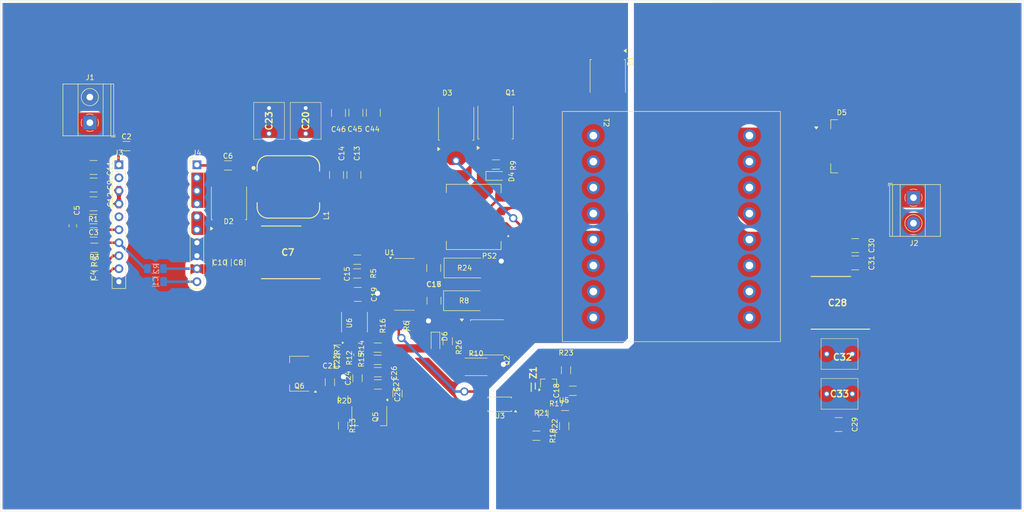
<source format=kicad_pcb>
(kicad_pcb (version 20240108) (generator "pcbnew") (generator_version "8.0")
  (layers (0 "F.Cu" signal) (31 "B.Cu" signal) (34 "B.Paste" user) (35 "F.Paste" user) (36 "B.SilkS" user "B.Silkscreen") (37 "F.SilkS" user "F.Silkscreen") (38 "B.Mask" user) (39 "F.Mask" user) (44 "Edge.Cuts" user))
  (net 0 "")
  (net 1 "GND")
  (net 2 "+12V")
  (net 3 "VIN")
  (net 4 "ISO12")
  (net 5 "ISOGND")
  (net 6 "Net-(U5-REF)")
  (net 7 "Net-(C24-Pad2)")
  (net 8 "Net-(T2-SB)")
  (net 9 "/GATE_HIGH")
  (net 10 "/GATE_LOW")
  (net 11 "/PWM")
  (net 12 "/LS_SOURCE")
  (net 13 "Net-(R15-Pad2)")
  (net 14 "Net-(R16-Pad2)")
  (net 15 "Net-(U5-K)")
  (net 16 "Vo")
  (net 17 "Net-(R19-Pad1)")
  (net 18 "OUTGND")
  (net 19 "Net-(C3-Pad2)")
  (net 20 "Net-(C5-Pad1)")
  (net 21 "Net-(U1-VDDI)")
  (net 22 "Net-(C18-Pad1)")
  (net 23 "Net-(Q6-B)")
  (net 24 "Net-(U6-FB)")
  (net 25 "Net-(Q6-E)")
  (net 26 "Net-(Q5-E)")
  (net 27 "Net-(Q5-B)")
  (net 28 "Net-(U6-ISENSE)")
  (net 29 "Net-(Q5-C)")
  (net 30 "Net-(Q2-D)")
  (net 31 "Net-(D4-K)")
  (net 32 "Net-(D6-K)")
  (net 34 "/LM5576_11")
  (net 35 "/LM5576_1")
  (net 40 "/LM5576_6")
  (net 41 "/LM5576_9")
  (net 42 "/LM5576_17")
  (net 43 "/LM5576_20")
  (net 44 "/LM5576_15")
  (net 45 "/LM5576_8")
  (net 46 "/LM5576_5")
  (net 47 "/LM5576_7")
  (net 48 "/LM5576_2")
  (footprint "Capacitor_SMD:C_1210_3225Metric_Pad1.33x2.70mm_HandSolder" (layer "F.Cu") (at 208.8028 92.504 180)
    (property "Reference" "C31")
    (property "Value" "10u")
  )
  (footprint "Capacitor_SMD:C_1210_3225Metric_Pad1.33x2.70mm_HandSolder" (layer "F.Cu") (at 114.6668 63.1416 90)
    (property "Reference" "C44")
    (property "Value" "2.2u")
  )
  (footprint "Resistor_SMD:R_0805_2012Metric_Pad1.20x1.40mm_HandSolder" (layer "F.Cu") (at 116.534 104.7976)
    (property "Reference" "R16")
    (property "Value" "4.99k")
  )
  (footprint "Connector_PinHeader_2.54mm:PinHeader_1x10_P2.54mm_Vertical" (layer "F.Cu") (at 80.216 73.3153)
    (property "Reference" "J4")
    (property "Value" "Conn_01x10")
  )
  (footprint "Resistor_SMD:R_0805_2012Metric_Pad1.20x1.40mm_HandSolder" (layer "F.Cu") (at 111.5874 110.4672 90)
    (property "Reference" "R12")
    (property "Value" "1.1M")
  )
  (footprint "Resistor_SMD:R_1206_3216Metric_Pad1.30x1.75mm_HandSolder" (layer "F.Cu") (at 129.1992 107.7948 -90)
    (property "Reference" "R26")
    (property "Value" "100k")
  )
  (footprint "Capacitor_SMD:C_0805_2012Metric_Pad1.18x1.45mm_HandSolder" (layer "F.Cu") (at 55.976 85.2403 -90)
    (property "Reference" "C5")
    (property "Value" "1.2n")
  )
  (footprint "Package_TO_SOT_SMD:SOT-23_Handsoldering" (layer "F.Cu") (at 148.9096 115.9736 90)
    (property "Reference" "U5")
    (property "Value" "TL431DBZ")
  )
  (footprint "Resistor_SMD:R_1206_3216Metric_Pad1.30x1.75mm_HandSolder" (layer "F.Cu") (at 108.7874 119.2172 -90)
    (property "Reference" "R20")
    (property "Value" "10k")
  )
  (footprint "Package_SO:SOIC-16_3.9x9.9mm_P1.27mm" (layer "F.Cu") (at 120.7298 96.695)
    (property "Reference" "U1")
    (property "Value" "2EDS8265H")
  )
  (footprint "Capacitor_SMD:C_1206_3216Metric_Pad1.33x1.80mm_HandSolder" (layer "F.Cu") (at 66.4612 69.6563)
    (property "Reference" "C2")
    (property "Value" "100n")
  )
  (footprint "Capacitor_SMD:C_1210_3225Metric_Pad1.33x2.70mm_HandSolder" (layer "F.Cu") (at 126.5196 99.8813 -90)
    (property "Reference" "C16")
    (property "Value" "10u")
  )
  (footprint "Resistor_SMD:R_1206_3216Metric_Pad1.30x1.75mm_HandSolder" (layer "F.Cu") (at 115.5374 111.4672)
    (property "Reference" "R15")
    (property "Value" "18.2k")
  )
  (footprint "powerlabLibrary:R82EC4100DQ70J" (layer "F.Cu") (at 94.2996 62.2287 -90)
    (property "Reference" "C23")
    (property "Value" "R82EC4100DQ70J" (hide yes))
  )
  (footprint "powerlabLibrary:SODFL1608X65N" (layer "F.Cu") (at 145.9124 116.5832 90)
    (property "Reference" "Z1")
    (property "Value" "BZT585B10T-7" (hide yes))
  )
  (footprint "Capacitor_SMD:C_1210_3225Metric_Pad1.33x2.70mm_HandSolder" (layer "F.Cu") (at 110.876 75.3028 90)
    (property "Reference" "C13")
    (property "Value" "10u")
  )
  (footprint "Capacitor_SMD:C_1206_3216Metric_Pad1.33x1.80mm_HandSolder" (layer "F.Cu") (at 119.3874 118.0672 90)
    (property "Reference" "C25")
    (property "Value" "1.5n")
  )
  (footprint "Diode_SMD:D_2512_6332Metric_Pad1.52x3.35mm_HandSolder" (layer "F.Cu") (at 132.5043 93.4928)
    (property "Reference" "R24")
    (property "Value" "10R")
  )
  (footprint "powerlabLibrary:CAPAE1030X1270N" (layer "F.Cu") (at 97.976 90.4403 180)
    (property "Reference" "C7")
    (property "Value" "A768MS566M1KLAE034" (hide yes))
  )
  (footprint "Capacitor_SMD:C_1210_3225Metric_Pad1.33x2.70mm_HandSolder" (layer "F.Cu") (at 107.476 75.3028 90)
    (property "Reference" "C14")
    (property "Value" "10u")
  )
  (footprint "Diode_SMD:D_SOD-323_HandSoldering" (layer "F.Cu") (at 126.8116 108.0488 -90)
    (property "Reference" "D6")
    (property "Value" "BZX384-B15")
  )
  (footprint "Resistor_SMD:R_1206_3216Metric_Pad1.30x1.75mm_HandSolder" (layer "F.Cu") (at 152.11 120.444)
    (property "Reference" "R21")
    (property "Value" "39k")
  )
  (footprint "Resistor_SMD:R_1206_3216Metric_Pad1.30x1.75mm_HandSolder" (layer "F.Cu") (at 108.7874 124.3172 -90)
    (property "Reference" "R13")
    (property "Value" "5.76k")
  )
  (footprint "Capacitor_SMD:C_1206_3216Metric_Pad1.33x1.80mm_HandSolder" (layer "F.Cu") (at 60.0385 86.5403 180)
    (property "Reference" "C3")
    (property "Value" "39p")
  )
  (footprint "Capacitor_SMD:C_1210_3225Metric_Pad1.33x2.70mm_HandSolder" (layer "F.Cu") (at 205.5403 124.104 180)
    (property "Reference" "C29")
    (property "Value" "10u")
  )
  (footprint "Capacitor_SMD:C_1206_3216Metric_Pad1.33x1.80mm_HandSolder" (layer "F.Cu") (at 60.176 94.9403 180)
    (property "Reference" "C4")
    (property "Value" "680p")
  )
  (footprint "powerlabLibrary:R82EC4100DQ70J" (layer "F.Cu") (at 101.4624 62.2287 -90)
    (property "Reference" "C20")
    (property "Value" "R82EC4100DQ70J" (hide yes))
  )
  (footprint "TerminalBlock_Phoenix:TerminalBlock_Phoenix_MKDS-1,5-2_1x02_P5.00mm_Horizontal" (layer "F.Cu") (at 220.1818 79.7424 -90)
    (property "Reference" "J2")
    (property "Value" "Conn_01x02_Pin")
  )
  (footprint "Connector_PinHeader_2.54mm:PinHeader_1x10_P2.54mm_Vertical" (layer "F.Cu") (at 64.976 73.3153)
    (property "Reference" "J3")
    (property "Value" "Conn_01x10")
  )
  (footprint "Package_TO_SOT_SMD:SOT-223-3_TabPin2" (layer "F.Cu") (at 100.2374 114.1672 180)
    (property "Reference" "Q6")
    (property "Value" "PZT2907AT1G")
  )
  (footprint "Package_TO_SOT_SMD:TO-252-2" (layer "F.Cu") (at 138.5474 64.9618 90)
    (property "Reference" "Q1")
    (property "Value" "FDD86110")
  )
  (footprint "powerlabLibrary:ETD39_coilformer" (layer "F.Cu") (at 157.6472 67.612 -90)
    (property "Reference" "T2")
    (property "Value" "ELE713 Transformer")
  )
  (footprint "Resistor_SMD:R_1206_3216Metric_Pad1.30x1.75mm_HandSolder" (layer "F.Cu") (at 60.176 89.5403 180)
    (property "Reference" "R3")
    (property "Value" "1.02k")
  )
  (footprint "Resistor_SMD:R_1206_3216Metric_Pad1.30x1.75mm_HandSolder" (layer "F.Cu") (at 146.522 126.286)
    (property "Reference" "R19")
    (property "Value" "680R")
  )
  (footprint "Package_TO_SOT_SMD:TO-252-2" (layer "F.Cu") (at 136.9988 107.0545)
    (property "Reference" "Q2")
    (property "Value" "FDD86110")
  )
  (footprint "Capacitor_SMD:C_1206_3216Metric_Pad1.33x1.80mm_HandSolder" (layer "F.Cu") (at 86.276 73.4403)
    (property "Reference" "C6")
    (property "Value" "22n")
  )
  (footprint "Capacitor_SMD:C_1210_3225Metric_Pad1.33x2.70mm_HandSolder" (layer "F.Cu") (at 60.0135 77.2778 180)
    (property "Reference" "C9")
    (property "Value" "2.2u")
  )
  (footprint "Diode_SMD:D_SOD-323_HandSoldering" (layer "F.Cu") (at 138.668 75.486)
    (property "Reference" "D4")
    (property "Value" "BZX384-B15")
  )
  (footprint "Package_SO:SOP-4_4.4x2.6mm_P1.27mm" (layer "F.Cu") (at 139.3592 120.1392 180)
    (property "Reference" "U3")
    (property "Value" "TCMT1103")
  )
  (footprint "Resistor_SMD:R_1206_3216Metric_Pad1.30x1.75mm_HandSolder" (layer "F.Cu") (at 115.5374 109.0672 180)
    (property "Reference" "R14")
    (property "Value" "4.22k")
  )
  (footprint "Capacitor_SMD:C_1210_3225Metric_Pad1.33x2.70mm_HandSolder" (layer "F.Cu") (at 111.2668 63.1416 90)
    (property "Reference" "C45")
    (property "Value" "2.2u")
  )
  (footprint "Diode_SMD:D_2512_6332Metric_Pad1.52x3.35mm_HandSolder" (layer "F.Cu") (at 132.4027 99.8936)
    (property "Reference" "R8")
    (property "Value" "10R")
  )
  (footprint "powerlabLibrary:SOIC127P599X175-8N" (layer "F.Cu") (at 110.9874 104.0672 90)
    (property "Reference" "U6")
    (property "Value" "UC3845")
  )
  (footprint "powerlabLibrary:CONV_R1S-1212-R" (layer "F.Cu") (at 134.2792 83.5124 180)
    (property "Reference" "PS2")
    (property "Value" "R1S-1212-R")
  )
  (footprint "Capacitor_SMD:C_1206_3216Metric_Pad1.33x1.80mm_HandSolder" (layer "F.Cu") (at 107.5499 111.8672)
    (property "Reference" "C22")
    (property "Value" "6.8n")
  )
  (footprint "powerlabLibrary:R82EC4100DQ70J" (layer "F.Cu") (at 203.2403 110.304)
    (property "Reference" "C32")
    (property "Value" "R82EC4100DQ70J" (hide yes))
  )
  (footprint "Capacitor_SMD:C_1206_3216Metric_Pad1.33x1.80mm_HandSolder" (layer "F.Cu") (at 115.5499 116.2672)
    (property "Reference" "C27")
    (property "Value" "1u")
  )
  (footprint "Capacitor_SMD:C_1210_3225Metric_Pad1.33x2.70mm_HandSolder" (layer "F.Cu") (at 111.6249 98.6672)
    (property "Reference" "C19")
    (property "Value" "10u")
  )
  (footprint "Capacitor_SMD:C_1210_3225Metric_Pad1.33x2.70mm_HandSolder" (layer "F.Cu") (at 60.0135 80.9403 180)
    (property "Reference" "C12")
    (property "Value" "2.2u")
  )
  (footprint "Resistor_SMD:R_1206_3216Metric_Pad1.30x1.75mm_HandSolder" (layer "F.Cu") (at 151.9576 124.4064 90)
    (property "Reference" "R22")
    (property "Value" "9.53k")
  )
  (footprint "Resistor_SMD:R_1206_3216Metric_Pad1.30x1.75mm_HandSolder" (layer "F.Cu") (at 138.6124 73.2508)
    (property "Reference" "R9")
    (property "Value" "100k")
  )
  (footprint "Capacitor_SMD:C_1206_3216Metric_Pad1.33x1.80mm_HandSolder" (layer "F.Cu") (at 111.5874 115.0297 90)
    (property "Reference" "C24")
    (property "Value" "10n")
  )
  (footprint "Resistor_SMD:R_2512_6332Metric_Pad1.40x3.35mm_HandSolder" (layer "F.Cu") (at 134.7364 112.824)
    (property "Reference" "R10")
    (property "Value" "4m")
  )
  (footprint "Resistor_SMD:R_1206_3216Metric_Pad1.30x1.75mm_HandSolder" (layer "F.Cu") (at 59.976 83.9403 180)
    (property "Reference" "R1")
    (property "Value" "46.4k")
  )
  (footprint "Capacitor_SMD:C_1210_3225Metric_Pad1.33x2.70mm_HandSolder" (layer "F.Cu") (at 88.276 92.4403 90)
    (property "Reference" "C8")
    (property "Value" "10u")
  )
  (footprint "Resistor_SMD:R_1206_3216Metric_Pad1.30x1.75mm_HandSolder" (layer "F.Cu") (at 107.5999 109.4672)
    (property "Reference" "R7")
    (property "Value" "10k")
  )
  (footprint "Capacitor_SMD:C_1206_3216Metric_Pad1.33x1.80mm_HandSolder" (layer "F.Cu") (at 115.5499 113.8672)
    (property "Reference" "C26")
    (property "Value" "100p")
  )
  (footprint "Package_TO_SOT_SMD:TO-252-2" (layer "F.Cu") (at 86.476 80.7403 90)
    (property "Reference" "D2")
    (property "Value" "V35PWM10HM3")
  )
  (footprint "Capacitor_SMD:C_1210_3225Metric_Pad1.33x2.70mm_HandSolder" (layer "F.Cu") (at 84.676 92.4403 90)
    (property "Reference" "C10")
    (property "Value" "10u")
  )
  (footprint "powerlabLibrary:CAPAE1030X1270N" (layer "F.Cu") (at 205.3403 100.304 180)
    (property "Reference" "C28")
    (property "Value" "A768MS566M1KLAE034" (hide yes))
  )
  (footprint "Resistor_SMD:R_1206_3216Metric_Pad1.30x1.75mm_HandSolder" (layer "F.Cu") (at 111.4999 94.5672)
    (property "Reference" "R5")
    (property "Value" "2.49k")
  )
  (footprint "Capacitor_SMD:C_1210_3225Metric_Pad1.33x2.70mm_HandSolder" (layer "F.Cu") (at 126.4688 93.5051 90)
    (property "Reference" "C17")
    (property "Value" "10u")
  )
  (footprint "Package_TO_SOT_SMD:TO-252-2" (layer "F.Cu") (at 160.4703 56.0568 -90)
    (property "Reference" "D1")
    (property "Value" "V35PWM10HM3")
  )
  (footprint "Resistor_SMD:R_1206_3216Metric_Pad1.30x1.75mm_HandSolder" (layer "F.Cu") (at 147.8936 122.0188 90)
    (property "Reference" "R17")
    (property "Value" "1k")
  )
  (footprint "Capacitor_SMD:C_1210_3225Metric_Pad1.33x2.70mm_HandSolder" (layer "F.Cu") (at 60.0135 73.8403 180)
    (property "Reference" "C11")
    (property "Value" "2.2u")
  )
  (footprint "Capacitor_SMD:C_1210_3225Metric_Pad1.33x2.70mm_HandSolder" (layer "F.Cu") (at 208.8028 89.104 180)
    (property "Reference" "C30")
    (property "Value" "10u")
  )
  (footprint "Resistor_SMD:R_1206_3216Metric_Pad1.30x1.75mm_HandSolder" (layer "F.Cu") (at 152.3132 113.4844 90)
    (property "Reference" "R23")
    (property "Value" "2.49k")
  )
  (footprint "Capacitor_SMD:C_1206_3216Metric_Pad1.33x1.80mm_HandSolder" (layer "F.Cu") (at 153.634 117.4976 180)
    (property "Reference" "C18")
    (property "Value" "10n")
  )
  (footprint "Resistor_SMD:R_1206_3216Metric_Pad1.30x1.75mm_HandSolder" (layer "F.Cu") (at 60.176 92.2403 180)
    (property "Reference" "R4")
    (property "Value" "20.5k")
  )
  (footprint "Package_TO_SOT_SMD:TO-252-2" (layer "F.Cu") (at 130.8465 65.1972 90)
    (property "Reference" "D3")
    (property "Value" "V35PWM10HM3")
  )
  (footprint "powerlabLibrary:WE-PD_1210" (layer "F.Cu") (at 98.076 77.6403 -90)
    (property "Reference" "L1")
    (property "Value" "68u")
  )
  (footprint "Resistor_SMD:R_1206_3216Metric_Pad1.30x1.75mm_HandSolder" (layer "F.Cu") (at 121.1574 104.8168)
    (property "Reference" "R6")
    (property "Value" "1k")
  )
  (footprint "powerlabLibrary:R82EC4100DQ70J" (layer "F.Cu") (at 203.2403 118.104)
    (property "Reference" "C33")
    (property "Value" "R82EC4100DQ70J" (hide yes))
  )
  (footprint "Package_TO_SOT_SMD:TO-263-2" (layer "F.Cu") (at 208.849 69.6948)
    (property "Reference" "D5")
    (property "Value" "DSSK 28-006BS")
  )
  (footprint "Capacitor_SMD:C_1206_3216Metric_Pad1.33x1.80mm_HandSolder" (layer "F.Cu") (at 106.1874 115.8297 -90)
    (property "Reference" "C21")
    (property "Value" "4.7u")
  )
  (footprint "TerminalBlock_Phoenix:TerminalBlock_Phoenix_MKDS-1,5-2_1x02_P5.00mm_Horizontal" (layer "F.Cu") (at 59.2984 65.0843 90)
    (property "Reference" "J1")
    (property "Value" "Conn_01x02_Pin")
  )
  (footprint "Capacitor_SMD:C_1206_3216Metric_Pad1.33x1.80mm_HandSolder" (layer "F.Cu") (at 111.5374 91.8672 180)
    (property "Reference" "C15")
    (property "Value" "22n")
  )
  (footprint "Package_TO_SOT_SMD:SOT-223-3_TabPin2" (layer "F.Cu") (at 113.8874 122.4172 -90)
    (property "Reference" "Q5")
    (property "Value" "PZT2222AT1G")
  )
  (footprint "Capacitor_SMD:C_1210_3225Metric_Pad1.33x2.70mm_HandSolder" (layer "F.Cu") (at 107.8668 63.1791 90)
    (property "Reference" "C46")
    (property "Value" "2.2u")
  )
  (footprint "Capacitor_SMD:C_1206_3216Metric_Pad1.33x1.80mm_HandSolder" (layer "B.Cu") (at 72.1508 96.1616 180)
    (property "Reference" "C1")
    (property "Value" "8.2n")
  )
  (footprint "Resistor_SMD:R_1206_3216Metric_Pad1.30x1.75mm_HandSolder" (layer "B.Cu") (at 72.1 93.6216 180)
    (property "Reference" "R2")
    (property "Value" "8.87k")
  )
  (gr_rect (start 41.772 41.1704) (end 241.772 141.1704) (stroke (width 0.05)) (fill none) (layer "Edge.Cuts"))
  (via (at 140.0828 112.3372) (size 1.6) (drill 1) (layers "F.Cu" "B.Cu") (net 1))
  (via (at 108.8284 114.7544) (size 1.6) (drill 1) (layers "F.Cu" "B.Cu") (net 1))
  (via (at 115.4832 98.4476) (size 1.6) (drill 1) (layers "F.Cu" "B.Cu") (net 1))
  (via (at 125.44 103.8324) (size 1.6) (drill 1) (layers "F.Cu" "B.Cu") (net 1))
  (via (at 139.664 92.1484) (size 1.6) (drill 1) (layers "F.Cu" "B.Cu") (net 1))
  (segment (start 110.1874 98.6672) (end 110.3524 98.8322) (width 0.5) (layer "F.Cu") (net 2))
  (segment (start 84.3085 93.6353) (end 84.676 94.0028) (width 0.5) (layer "F.Cu") (net 2))
  (segment (start 123.2048 98.6) (end 121.1728 98.6) (width 0.5) (layer "F.Cu") (net 2))
  (segment (start 119.1408 103.2228) (end 110.9112 103.2228) (width 0.5) (layer "F.Cu") (net 2))
  (segment (start 110.0624 94.6797) (end 109.9499 94.5672) (width 0.5) (layer "F.Cu") (net 2))
  (segment (start 126.5196 98.3188) (end 126.5196 97.4188) (width 0.5) (layer "F.Cu") (net 2))
  (segment (start 124.6544 98.3188) (end 124.3732 98.6) (width 0.5) (layer "F.Cu") (net 2))
  (segment (start 126.5196 97.4188) (end 126.964 96.9744) (width 0.5) (layer "F.Cu") (net 2))
  (segment (start 121.1728 98.6) (end 121.1728 101.1908) (width 0.5) (layer "F.Cu") (net 2))
  (segment (start 110.0624 98.6672) (end 110.1874 98.6672) (width 0.5) (layer "F.Cu") (net 2))
  (segment (start 141.8992 96.4664) (end 141.8992 86.0016) (width 0.5) (layer "F.Cu") (net 2))
  (segment (start 141.3912 96.9744) (end 141.8992 96.4664) (width 0.5) (layer "F.Cu") (net 2))
  (segment (start 126.964 96.9744) (end 141.3912 96.9744) (width 0.5) (layer "F.Cu") (net 2))
  (segment (start 121.1728 101.1908) (end 119.1408 103.2228) (width 0.5) (layer "F.Cu") (net 2))
  (segment (start 140.68 84.7824) (end 139.3792 84.7824) (width 0.5) (layer "F.Cu") (net 2))
  (segment (start 110.3524 102.664) (end 110.3524 101.5972) (width 0.5) (layer "F.Cu") (net 2))
  (segment (start 126.5196 98.3188) (end 124.6544 98.3188) (width 0.5) (layer "F.Cu") (net 2))
  (segment (start 110.9112 103.2228) (end 110.3524 102.664) (width 0.5) (layer "F.Cu") (net 2))
  (segment (start 110.1874 98.6672) (end 110.3874 98.8672) (width 0.5) (layer "F.Cu") (net 2))
  (segment (start 124.3732 98.6) (end 123.2048 98.6) (width 0.5) (layer "F.Cu") (net 2))
  (segment (start 141.8992 86.0016) (end 140.68 84.7824) (width 0.5) (layer "F.Cu") (net 2))
  (segment (start 110.3524 98.8322) (end 110.3524 101.5972) (width 0.5) (layer "F.Cu") (net 2))
  (segment (start 73.65 93.6216) (end 80.2023 93.6216) (width 0.5) (layer "B.Cu") (net 2))
  (segment (start 80.2023 93.6216) (end 80.216 93.6353) (width 0.5) (layer "B.Cu") (net 2))
  (segment (start 61.576 73.8403) (end 61.576 77.2778) (width 0.5) (layer "F.Cu") (net 3))
  (segment (start 61.576 71.4903) (end 59.2984 69.2127) (width 0.5) (layer "F.Cu") (net 3))
  (segment (start 61.581 80.9353) (end 61.576 80.9403) (width 0.5) (layer "F.Cu") (net 3))
  (segment (start 59.2984 69.2127) (end 59.2984 65.0843) (width 0.5) (layer "F.Cu") (net 3))
  (segment (start 61.576 73.8403) (end 61.576 71.4903) (width 0.5) (layer "F.Cu") (net 3))
  (segment (start 126.1614 92.25) (end 126.4688 91.9426) (width 0.5) (layer "F.Cu") (net 4))
  (segment (start 127.4104 96.0092) (end 137.1748 96.0092) (width 0.5) (layer "F.Cu") (net 5))
  (segment (start 137.4796 95.7044) (end 137.4796 81.602) (width 0.5) (layer "F.Cu") (net 5))
  (segment (start 124.7524 95.0676) (end 124.4748 94.79) (width 0.5) (layer "F.Cu") (net 5))
  (segment (start 137.1748 96.0092) (end 137.4796 95.7044) (width 0.5) (layer "F.Cu") (net 5))
  (segment (start 124.4748 94.79) (end 123.2048 94.79) (width 0.5) (layer "F.Cu") (net 5))
  (segment (start 126.4688 95.0676) (end 124.7524 95.0676) (width 0.5) (layer "F.Cu") (net 5))
  (segment (start 126.4688 95.0676) (end 127.4104 96.0092) (width 0.5) (layer "F.Cu") (net 5))
  (segment (start 137.4796 81.602) (end 139.3792 79.7024) (width 0.5) (layer "F.Cu") (net 5))
  (segment (start 111.5874 111.4672) (end 111.5874 113.4672) (width 0.5) (layer "F.Cu") (net 7))
  (segment (start 123.2048 93.52) (end 129.4696 93.52) (width 0.5) (layer "F.Cu") (net 9))
  (segment (start 123.2048 99.87) (end 129.29 99.87) (width 0.5) (layer "F.Cu") (net 10))
  (segment (start 111.6224 96.7712) (end 111.8764 96.5172) (width 0.5) (layer "F.Cu") (net 11))
  (segment (start 118.2548 93.52) (end 118.2548 92.25) (width 0.5) (layer "F.Cu") (net 11))
  (segment (start 114.282601 96.5172) (end 117.279801 93.52) (width 0.5) (layer "F.Cu") (net 11))
  (segment (start 117.279801 93.52) (end 118.2548 93.52) (width 0.5) (layer "F.Cu") (net 11))
  (segment (start 111.6224 101.5972) (end 111.6224 96.7712) (width 0.5) (layer "F.Cu") (net 11))
  (segment (start 111.8764 96.5172) (end 114.282601 96.5172) (width 0.5) (layer "F.Cu") (net 11))
  (segment (start 136.1717 120.7742) (end 130.647 120.7742) (width 0.5) (layer "F.Cu") (net 13))
  (segment (start 121.34 111.4672) (end 117.0874 111.4672) (width 0.5) (layer "F.Cu") (net 13))
  (segment (start 130.647 120.7742) (end 121.34 111.4672) (width 0.5) (layer "F.Cu") (net 13))
  (segment (start 119.6074 104.8168) (end 117.5532 104.8168) (width 0.5) (layer "F.Cu") (net 14))
  (segment (start 117.5532 104.8168) (end 117.534 104.7976) (width 0.5) (layer "F.Cu") (net 14))
  (segment (start 119.6488 106.6264) (end 119.6488 104.8582) (width 0.5) (layer "F.Cu") (net 14))
  (segment (start 136.1717 119.5042) (end 134.3175 117.65) (width 0.5) (layer "F.Cu") (net 14))
  (segment (start 119.6488 104.8582) (end 119.6074 104.8168) (width 0.5) (layer "F.Cu") (net 14))
  (segment (start 120.233 107.2106) (end 119.6488 106.6264) (width 0.5) (layer "F.Cu") (net 14))
  (segment (start 134.3175 117.65) (end 132.4504 117.65) (width 0.5) (layer "F.Cu") (net 14))
  (via (at 120.1568 107.1852) (size 1.6) (drill 1) (layers "F.Cu" "B.Cu") (net 14))
  (via (at 132.4504 117.65) (size 1.6) (drill 1) (layers "F.Cu" "B.Cu") (net 14))
  (segment (start 120.233 107.2106) (end 130.6724 117.65) (width 0.5) (layer "B.Cu") (net 14))
  (segment (start 130.6724 117.65) (end 132.4504 117.65) (width 0.5) (layer "B.Cu") (net 14))
  (segment (start 144.5154 120.7742) (end 142.5467 120.7742) (width 0.5) (layer "F.Cu") (net 17))
  (segment (start 144.972 121.2308) (end 144.5154 120.7742) (width 0.5) (layer "F.Cu") (net 17))
  (segment (start 144.972 126.286) (end 144.972 121.2308) (width 0.5) (layer "F.Cu") (net 17))
  (segment (start 58.476 86.5403) (end 56.2385 86.5403) (width 0.5) (layer "F.Cu") (net 19))
  (segment (start 56.2385 86.5403) (end 55.976 86.2778) (width 0.5) (layer "F.Cu") (net 19))
  (segment (start 56.2385 83.9403) (end 55.976 84.2028) (width 0.5) (layer "F.Cu") (net 20))
  (segment (start 58.426 83.9403) (end 56.2385 83.9403) (width 0.5) (layer "F.Cu") (net 20))
  (segment (start 120.4616 90.5228) (end 113.248 90.5228) (width 0.5) (layer "F.Cu") (net 21))
  (segment (start 113.248 90.5228) (end 113.0999 90.6709) (width 0.5) (layer "F.Cu") (net 21))
  (segment (start 120.1568 94.79) (end 120.4616 94.4852) (width 0.5) (layer "F.Cu") (net 21))
  (segment (start 118.2548 94.79) (end 120.1568 94.79) (width 0.5) (layer "F.Cu") (net 21))
  (segment (start 113.0499 91.9172) (end 113.0999 91.8672) (width 0.5) (layer "F.Cu") (net 21))
  (segment (start 120.4616 94.4852) (end 120.4616 90.5228) (width 0.5) (layer "F.Cu") (net 21))
  (segment (start 113.0499 94.5672) (end 113.0499 91.9172) (width 0.5) (layer "F.Cu") (net 21))
  (segment (start 113.0999 90.6709) (end 113.0999 91.8672) (width 0.5) (layer "F.Cu") (net 21))
  (segment (start 153.66 119.0464) (end 153.66 120.444) (width 0.5) (layer "F.Cu") (net 22))
  (segment (start 155.1965 117.4976) (end 155.1965 117.5099) (width 0.5) (layer "F.Cu") (net 22))
  (segment (start 155.1965 117.5099) (end 153.66 119.0464) (width 0.5) (layer "F.Cu") (net 22))
  (segment (start 104.3124 117.3922) (end 103.3874 116.4672) (width 0.5) (layer "F.Cu") (net 23))
  (segment (start 106.1874 117.3922) (end 104.3124 117.3922) (width 0.5) (layer "F.Cu") (net 23))
  (segment (start 108.7874 117.6672) (end 106.4624 117.6672) (width 0.5) (layer "F.Cu") (net 23))
  (segment (start 106.4624 117.6672) (end 106.1874 117.3922) (width 0.5) (layer "F.Cu") (net 23))
  (segment (start 111.0636 104.5436) (end 110.3524 105.2548) (width 0.5) (layer "F.Cu") (net 24))
  (segment (start 110.3524 106.5372) (end 110.3524 108.2647) (width 0.5) (layer "F.Cu") (net 24))
  (segment (start 115.534 104.7976) (end 115.28 104.5436) (width 0.5) (layer "F.Cu") (net 24))
  (segment (start 110.3524 105.2548) (end 110.3524 106.5372) (width 0.5) (layer "F.Cu") (net 24))
  (segment (start 115.28 104.5436) (end 111.0636 104.5436) (width 0.5) (layer "F.Cu") (net 24))
  (segment (start 110.3524 108.2647) (end 109.1499 109.4672) (width 0.5) (layer "F.Cu") (net 24))
  (segment (start 109.1499 111.8297) (end 109.1124 111.8672) (width 0.5) (layer "F.Cu") (net 24))
  (segment (start 109.1499 109.4672) (end 109.1499 111.8297) (width 0.5) (layer "F.Cu") (net 24))
  (segment (start 105.9874 111.8672) (end 105.9874 109.5297) (width 0.5) (layer "F.Cu") (net 25))
  (segment (start 106.1524 109.4672) (end 109.0824 106.5372) (width 0.5) (layer "F.Cu") (net 25))
  (segment (start 103.3874 111.8672) (end 105.9874 111.8672) (width 0.5) (layer "F.Cu") (net 25))
  (segment (start 106.0499 109.4672) (end 106.1524 109.4672) (width 0.5) (layer "F.Cu") (net 25))
  (segment (start 105.9874 109.5297) (end 106.0499 109.4672) (width 0.5) (layer "F.Cu") (net 25))
  (segment (start 111.5874 119.2672) (end 111.5874 116.5922) (width 0.5) (layer "F.Cu") (net 26))
  (segment (start 119.3874 119.6297) (end 116.5499 119.6297) (width 0.5) (layer "F.Cu") (net 27))
  (segment (start 112.8924 106.5372) (end 114.8574 106.5372) (width 0.5) (layer "F.Cu") (net 27))
  (segment (start 116.1874 119.2672) (end 117.1874 120.2672) (width 0.5) (layer "F.Cu") (net 27))
  (segment (start 111.3874 128.4672) (end 108.7874 125.8672) (width 0.5) (layer "F.Cu") (net 27))
  (segment (start 115.5874 107.2672) (end 115.5874 117.6672) (width 0.5) (layer "F.Cu") (net 27))
  (segment (start 115.5874 117.6672) (end 116.1874 118.2672) (width 0.5) (layer "F.Cu") (net 27))
  (segment (start 116.1874 118.2672) (end 116.1874 119.2672) (width 0.5) (layer "F.Cu") (net 27))
  (segment (start 116.5874 128.4672) (end 111.3874 128.4672) (width 0.5) (layer "F.Cu") (net 27))
  (segment (start 117.1874 120.2672) (end 117.1874 127.8672) (width 0.5) (layer "F.Cu") (net 27))
  (segment (start 116.5499 119.6297) (end 116.1874 119.2672) (width 0.5) (layer "F.Cu") (net 27))
  (segment (start 117.1874 127.8672) (end 116.5874 128.4672) (width 0.5) (layer "F.Cu") (net 27))
  (segment (start 114.8574 106.5372) (end 115.5874 107.2672) (width 0.5) (layer "F.Cu") (net 27))
  (segment (start 113.9874 111.4672) (end 113.9874 113.8672) (width 0.5) (layer "F.Cu") (net 28))
  (segment (start 111.6224 109.4322) (end 111.5874 109.4672) (width 0.5) (layer "F.Cu") (net 28))
  (segment (start 113.4374 109.4672) (end 113.8374 109.0672) (width 0.5) (layer "F.Cu") (net 28))
  (segment (start 113.9874 111.4672) (end 113.9874 109.2172) (width 0.5) (layer "F.Cu") (net 28))
  (segment (start 111.5874 109.4672) (end 113.4374 109.4672) (width 0.5) (layer "F.Cu") (net 28))
  (segment (start 111.6224 106.5372) (end 111.6224 109.4322) (width 0.5) (layer "F.Cu") (net 28))
  (segment (start 113.9874 109.2172) (end 113.8374 109.0672) (width 0.5) (layer "F.Cu") (net 28))
  (segment (start 102.9864 107.6932) (end 100.3874 110.2922) (width 0.5) (layer "F.Cu") (net 29))
  (segment (start 108.7874 122.7672) (end 108.7874 120.7672) (width 0.5) (layer "F.Cu") (net 29))
  (segment (start 113.8874 125.5672) (end 113.6874 125.5672) (width 0.5) (layer "F.Cu") (net 29))
  (segment (start 113.9874 116.2672) (end 113.9874 125.4672) (width 0.5) (layer "F.Cu") (net 29))
  (segment (start 105.2724 107.6932) (end 102.9864 107.6932) (width 0.5) (layer "F.Cu") (net 29))
  (segment (start 104.4874 122.7672) (end 108.7874 122.7672) (width 0.5) (layer "F.Cu") (net 29))
  (segment (start 100.3874 110.2922) (end 100.3874 118.6672) (width 0.5) (layer "F.Cu") (net 29))
  (segment (start 113.6874 125.5672) (end 110.8874 122.7672) (width 0.5) (layer "F.Cu") (net 29))
  (segment (start 113.9874 125.4672) (end 113.8874 125.5672) (width 0.5) (layer "F.Cu") (net 29))
  (segment (start 110.8874 122.7672) (end 108.7874 122.7672) (width 0.5) (layer "F.Cu") (net 29))
  (segment (start 109.0824 103.8832) (end 105.2724 107.6932) (width 0.5) (layer "F.Cu") (net 29))
  (segment (start 100.3874 118.6672) (end 104.4874 122.7672) (width 0.5) (layer "F.Cu") (net 29))
  (segment (start 109.0824 101.5972) (end 109.0824 103.8832) (width 0.5) (layer "F.Cu") (net 29))
  (segment (start 146.1664 87.932) (end 157.6472 87.932) (width 0.5) (layer "F.Cu") (net 30))
  (segment (start 142.0008 83.7664) (end 146.1664 87.932) (width 0.5) (layer "F.Cu") (net 30))
  (via (at 130.8248 72.4888) (size 1.6) (drill 1) (layers "F.Cu" "B.Cu") (net 30))
  (via (at 142.0008 83.7664) (size 1.6) (drill 1) (layers "F.Cu" "B.Cu") (net 30))
  (segment (start 130.774 72.5904) (end 130.774 72.5396) (width 0.5) (layer "B.Cu") (net 30))
  (segment (start 142.0008 83.7664) (end 141.95 83.7664) (width 0.5) (layer "B.Cu") (net 30))
  (segment (start 141.95 83.7664) (end 130.774 72.5904) (width 0.5) (layer "B.Cu") (net 30))
  (segment (start 73.727 96.1753) (end 73.7133 96.1616) (width 0.5) (layer "B.Cu") (net 34))
  (segment (start 80.216 96.1753) (end 73.727 96.1753) (width 0.5) (layer "B.Cu") (net 34))
  (segment (start 64.8987 69.6563) (end 64.8987 73.238) (width 0.5) (layer "F.Cu") (net 35))
  (segment (start 64.8987 73.238) (end 64.976 73.3153) (width 0.5) (layer "F.Cu") (net 35))
  (segment (start 61.526 83.9403) (end 61.526 86.4653) (width 0.5) (layer "F.Cu") (net 40))
  (segment (start 64.976 86.0153) (end 62.126 86.0153) (width 0.5) (layer "F.Cu") (net 40))
  (segment (start 61.526 86.4653) (end 61.601 86.5403) (width 0.5) (layer "F.Cu") (net 40))
  (segment (start 62.126 86.0153) (end 61.601 86.5403) (width 0.5) (layer "F.Cu") (net 40))
  (segment (start 62.526 94.9403) (end 61.7385 94.9403) (width 0.5) (layer "F.Cu") (net 41))
  (segment (start 64.976 93.6353) (end 63.831 93.6353) (width 0.5) (layer "F.Cu") (net 41))
  (segment (start 63.831 93.6353) (end 62.526 94.9403) (width 0.5) (layer "F.Cu") (net 41))
  (segment (start 80.341 73.4403) (end 80.216 73.3153) (width 0.5) (layer "F.Cu") (net 43))
  (segment (start 84.7135 73.4403) (end 80.341 73.4403) (width 0.5) (layer "F.Cu") (net 43))
  (segment (start 83.961 86.0153) (end 84.196 85.7803) (width 0.5) (layer "F.Cu") (net 44))
  (segment (start 63.871 91.0953) (end 62.726 92.2403) (width 0.5) (layer "F.Cu") (net 45))
  (segment (start 62.726 92.2403) (end 61.726 92.2403) (width 0.5) (layer "F.Cu") (net 45))
  (segment (start 64.976 91.0953) (end 63.871 91.0953) (width 0.5) (layer "F.Cu") (net 45))
  (segment (start 62.711 88.5553) (end 61.726 89.5403) (width 0.5) (layer "F.Cu") (net 47))
  (segment (start 64.976 88.5553) (end 62.711 88.5553) (width 0.5) (layer "F.Cu") (net 47))
  (segment (start 70.55 93.6216) (end 70.0423 93.6216) (width 0.5) (layer "B.Cu") (net 47))
  (segment (start 70.0423 93.6216) (end 64.976 88.5553) (width 0.5) (layer "B.Cu") (net 47))
  (zone (net 12) (net_name "/LS_SOURCE") (layer "F.Cu") (priority 9) (connect_pads yes (clearance 0.3)) (min_thickness 0.2) (fill yes (thermal_gap 0.5) (thermal_bridge_width 0.5) (island_removal_mode 1) (island_area_min 10))
    (polygon (pts (xy 133.2632 108.4044) (xy 133.2632 114.7544) (xy 130.6216 114.7544) (xy 125.8972 110.03) (xy 116.3976 110.03) (xy 116.2452 109.8776) (xy 116.2452 108.252) (xy 116.4992 107.998) (xy 117.7184 107.998) (xy 118.1248 108.4044)))
  )
  (zone (net 16) (net_name "Vo") (layer "F.Cu") (priority 14) (connect_pads yes (clearance 0.3)) (min_thickness 0.2) (fill yes (thermal_gap 0.5) (thermal_bridge_width 0.5) (island_removal_mode 1) (island_area_min 10))
    (polygon (pts (xy 205.3484 64.0052) (xy 205.3484 81.074) (xy 205.958 81.6836) (xy 225.9224 81.6836) (xy 226.4304 82.1916) (xy 226.4304 87.3224) (xy 225.8208 87.932) (xy 212.2064 87.932) (xy 212.0032 87.7288) (xy 209.5648 87.7288) (xy 209.2092 88.0844) (xy 209.2092 95.0948) (xy 206.3136 98.7637) (xy 206.1104 126.1449) (xy 205.0944 126.5908) (xy 155.1072 126.5908) (xy 153.1768 124.6604) (xy 149.6716 124.6604) (xy 149.2144 124.2032) (xy 149.2144 122.6284) (xy 146.4204 122.6284) (xy 146.4204 126.6924) (xy 149.9764 130.2484) (xy 215.356 130.2484) (xy 230.4436 115.1608) (xy 230.4436 65.072) (xy 229.3768 64.0052)))
  )
  (zone (net 3) (net_name "VIN") (layer "F.Cu") (priority 10) (connect_pads yes (clearance 0.3)) (min_thickness 0.2) (fill yes (thermal_gap 0.5) (thermal_bridge_width 0.5) (island_removal_mode 1) (island_area_min 10))
    (polygon (pts (xy 142.1024 60.1444) (xy 142.1024 66.9516) (xy 141.7976 67.2564) (xy 105.8312 67.2564) (xy 105.0184 68.0692) (xy 53.6596 68.0692) (xy 53.558 67.9676) (xy 53.558 63.4972) (xy 53.9644 63.0908) (xy 89.2196 63.0908) (xy 90.7944 64.6656) (xy 104.2056 64.6656) (xy 105.6788 63.1924) (xy 127.3704 63.1924) (xy 127.3704 60.4492) (xy 127.6752 60.1444)))
  )
  (zone (net 3) (net_name "VIN") (layer "F.Cu") (connect_pads yes (clearance 0.3)) (min_thickness 0.2) (fill yes (thermal_gap 0.5) (thermal_bridge_width 0.5) (island_removal_mode 1) (island_area_min 10))
    (polygon (pts (xy 66.226 77.4403) (xy 63.526 77.4403) (xy 62.426 76.3403) (xy 62.426 75.8403) (xy 60.626 75.8403) (xy 60.626 82.3403) (xy 60.826 82.5403) (xy 62.726 82.5403) (xy 63.426 81.8403) (xy 66.226 81.8403)))
  )
  (zone (net 6) (net_name "Net-(U5-REF)") (layer "F.Cu") (priority 11) (connect_pads yes (clearance 0.3)) (min_thickness 0.2) (fill yes (thermal_gap 0.5) (thermal_bridge_width 0.5) (island_removal_mode 1) (island_area_min 10))
    (polygon (pts (xy 153.4308 114.094) (xy 153.4308 117.904) (xy 152.4656 118.8692) (xy 152.4656 121.8664) (xy 152.618 122.0188) (xy 152.8212 122.0188) (xy 153.0244 122.222) (xy 153.0244 123.492) (xy 152.7704 123.746) (xy 151.1448 123.746) (xy 150.84 123.4412) (xy 150.84 122.2728) (xy 151.1448 121.968) (xy 151.7036 121.968) (xy 151.7036 118.7168) (xy 151.6528 118.666) (xy 149.2144 118.666) (xy 149.2144 116.5832) (xy 151.2972 114.5004) (xy 151.2972 114.1448) (xy 151.348 114.094)))
  )
  (zone (net 8) (net_name "Net-(T2-SB)") (layer "F.Cu") (priority 13) (connect_pads yes (clearance 0.5)) (min_thickness 0.2) (fill yes (thermal_gap 0.5) (thermal_bridge_width 0.5) (island_removal_mode 1) (island_area_min 10))
    (polygon (pts (xy 203.8752 66.1896) (xy 203.8752 73.0476) (xy 203.8752 81.074) (xy 202.91 82.0392) (xy 197.2712 82.0392) (xy 193.9184 85.392) (xy 187.9748 85.392) (xy 185.2824 82.6996) (xy 185.2824 66.0372) (xy 203.7228 66.0372)))
  )
  (zone (net 30) (net_name "Net-(Q2-D)") (layer "F.Cu") (priority 5) (connect_pads yes (clearance 0.3)) (min_thickness 0.2) (fill yes (thermal_gap 0.5) (thermal_bridge_width 0.5) (island_removal_mode 1) (island_area_min 10))
    (polygon (pts (xy 160.5428 86.2048) (xy 160.5428 106.51633) (xy 142.0008 106.686724) (xy 142.0008 110.1824) (xy 135.092 110.1824) (xy 134.8888 109.9792) (xy 134.8888 104.2896) (xy 135.2952 103.8832) (xy 154.230293 103.540907) (xy 155.0564 102.7148) (xy 155.0564 86.2048)))
  )
  (zone (net 5) (net_name "ISOGND") (layer "F.Cu") (priority 4) (connect_pads yes (clearance 0.3)) (min_thickness 0.2) (fill yes (thermal_gap 0.5) (thermal_bridge_width 0.5) (island_removal_mode 1) (island_area_min 10))
    (polygon (pts (xy 164.1496 53.8452) (xy 156.8344 53.8452) (xy 142.0516 68.628) (xy 138.8512 68.628) (xy 138.4956 68.9836) (xy 138.4956 80.4136) (xy 138.5972 80.5152) (xy 151.348 80.5152) (xy 155.7168 84.884) (xy 160.5936 84.884) (xy 164.1496 81.328)))
  )
  (zone (net 2) (net_name "+12V") (layer "F.Cu") (priority 3) (connect_pads yes (clearance 1)) (min_thickness 0.2) (fill yes (thermal_gap 0.5) (thermal_bridge_width 0.5) (island_removal_mode 1) (island_area_min 10))
    (polygon (pts (xy 78.958 94.6884) (xy 103.6976 94.6884) (xy 109.0316 100.0224) (xy 110.708 100.0224) (xy 110.708 93.6724) (xy 108.0664 93.6724) (xy 108.0664 85.138) (xy 112.232 80.9724) (xy 112.232 76.1972) (xy 112.1812 76.1464) (xy 105.7296 76.1464) (xy 104.4596 74.8764) (xy 101.564 74.8764) (xy 101.564 80.4136) (xy 104.4596 80.4136) (xy 104.7644 80.7184) (xy 104.7644 84.6808) (xy 100.0908 89.3544) (xy 100.0908 91.488) (xy 98.8208 92.758) (xy 78.958 92.758)))
  )
  (zone (net 42) (net_name "/LM5576_17") (layer "F.Cu") (priority 2) (connect_pads yes (clearance 0.3)) (min_thickness 0.2) (fill yes (thermal_gap 0.5) (thermal_bridge_width 0.5) (island_removal_mode 1) (island_area_min 10))
    (polygon (pts (xy 94.776 80.5403) (xy 90.226 80.5403) (xy 90.176005 82.8403) (xy 83.126 82.8403) (xy 82.026 81.7403) (xy 79.326 81.7403) (xy 79.126 81.5403) (xy 79.126 74.8403) (xy 81.726 74.8403) (xy 82.826 75.9403) (xy 87.126 75.9403) (xy 87.126 72.5403) (xy 87.326 72.3403) (xy 88.426 72.3403) (xy 88.726 72.6403) (xy 88.726 74.5403) (xy 89.026 74.8403) (xy 94.676 74.8403)))
  )
  (zone (net 15) (net_name "Net-(U5-K)") (layer "F.Cu") (priority 12) (connect_pads yes (clearance 0.3)) (min_thickness 0.2) (fill yes (thermal_gap 0.5) (thermal_bridge_width 0.5) (island_removal_mode 1) (island_area_min 10))
    (polygon (pts (xy 141.5436 118.9708) (xy 143.5248 118.9708) (xy 145.6584 116.8372) (xy 147.284 116.8372) (xy 147.3348 116.7864) (xy 147.3348 116.38) (xy 147.538 116.1768) (xy 148.4524 116.1768) (xy 148.6556 116.38) (xy 148.6556 119.2756) (xy 151.2464 119.2756) (xy 151.2464 121.3584) (xy 150.5352 121.3584) (xy 147.03 121.3584) (xy 145.6584 119.9868) (xy 141.5436 119.9868)))
  )
  (zone (net 31) (net_name "Net-(D4-K)") (layer "F.Cu") (priority 16) (connect_pads yes (clearance 0.5)) (min_thickness 0.2) (fill yes (thermal_gap 0.5) (thermal_bridge_width 0.5) (island_removal_mode 1) (island_area_min 10))
    (polygon (pts (xy 136.4636 95.2472) (xy 136.4636 80.2612) (xy 138.0384 78.6864) (xy 138.0384 68.9836) (xy 137.632 68.5772) (xy 135.1428 68.5772) (xy 134.8888 68.8312) (xy 134.8888 76.0956) (xy 132.8568 78.1276) (xy 132.8568 95.2472)))
  )
  (zone (net 18) (net_name "OUTGND") (layer "F.Cu") (priority 1) (connect_pads yes (clearance 1)) (min_thickness 0.2) (fill yes (thermal_gap 0.5) (thermal_bridge_width 0.5) (island_removal_mode 1) (island_area_min 10))
    (polygon (pts (xy 241.7828 41.1872) (xy 241.7828 141.1372) (xy 139.3328 141.1372) (xy 139.3328 118.4872) (xy 146.7828 111.0372) (xy 179.9828 111.0372) (xy 181.0328 109.9872) (xy 181.0328 41.1872)))
  )
  (zone (net 32) (net_name "Net-(D6-K)") (layer "F.Cu") (priority 8) (connect_pads yes (clearance 0.3)) (min_thickness 0.2) (fill yes (thermal_gap 0.5) (thermal_bridge_width 0.5) (island_removal_mode 1) (island_area_min 10))
    (polygon (pts (xy 136.362 97.9904) (xy 136.362 102.3084) (xy 136.3112 102.3592) (xy 133.6696 102.3592) (xy 133.6696 103.959434) (xy 133.6696 107.236) (xy 133.6696 107.5408) (xy 126.1004 107.5408) (xy 126.1004 105.966) (xy 128.234 103.8324) (xy 131.4852 103.8324) (xy 132.044 103.2736) (xy 132.044 98.1936) (xy 132.2472 97.9904)))
  )
  (zone (net 44) (net_name "/LM5576_15") (layer "F.Cu") (priority 2) (connect_pads yes (clearance 0.3)) (min_thickness 0.2) (fill yes (thermal_gap 0.5) (thermal_bridge_width 0.5) (island_removal_mode 1) (island_area_min 10))
    (polygon (pts (xy 89.226 84.4403) (xy 89.626 84.8403) (xy 89.626 86.8403) (xy 89.426 87.0403) (xy 79.526 87.0403) (xy 79.126 86.6403) (xy 79.126 82.8403) (xy 79.526 82.4403) (xy 81.026 82.4403) (xy 83.026 84.4403)))
  )
  (zone (net 4) (net_name "ISO12") (layer "F.Cu") (priority 7) (connect_pads yes (clearance 0.3)) (min_thickness 0.2) (fill yes (thermal_gap 0.5) (thermal_bridge_width 0.5) (island_removal_mode 1) (island_area_min 10))
    (polygon (pts (xy 128.1324 78.6356) (xy 130.3168 78.6356) (xy 130.3168 83.2584) (xy 130.1136 83.4616) (xy 128.0308 83.4616) (xy 127.9292 83.36) (xy 127.7768 83.5124) (xy 127.7768 92.504) (xy 127.6244 92.6564) (xy 122.1888 92.6564) (xy 121.9348 92.4024) (xy 121.9348 91.9452) (xy 122.4936 91.3864) (xy 124.5256 91.3864) (xy 124.8304 91.0816) (xy 124.8304 81.9376)))
  )
  (zone (net 30) (net_name "Net-(Q2-D)") (layer "F.Cu") (priority 6) (connect_pads yes (clearance 0.3)) (min_thickness 0.2) (fill yes (thermal_gap 0.5) (thermal_bridge_width 0.5) (island_removal_mode 1) (island_area_min 10))
    (polygon (pts (xy 133.9744 68.7296) (xy 133.9744 71.4728) (xy 132.0948 73.3524) (xy 129.5548 73.3524) (xy 127.6752 71.4728) (xy 127.6752 68.7296)))
  )
  (zone (net 1) (net_name "GND") (layers "F&B.Cu") (priority 1) (connect_pads yes (clearance 1)) (min_thickness 0.2) (fill yes (thermal_gap 0.5) (thermal_bridge_width 0.5) (island_removal_mode 1) (island_area_min 10))
    (polygon (pts (xy 164.4036 41.1452) (xy 164.4036 107.236) (xy 163.4892 108.1504) (xy 146.268 108.1504) (xy 137.2764 117.142) (xy 137.2764 141.1704) (xy 41.8232 141.1704) (xy 41.8232 41.0944) (xy 41.8232 41.1452)))
  )
  (zone (net 0) (net_name "") (layer "B.Cu") (priority 15) (connect_pads yes (clearance 1)) (min_thickness 0.2) (fill yes (thermal_gap 0.5) (thermal_bridge_width 0.5) (island_removal_mode 1) (island_area_min 10))
    (polygon (pts (xy 241.6704 141.1196) (xy 138.648 141.1196) (xy 138.648 117.4976) (xy 146.8776 109.268) (xy 164.5052 109.268) (xy 165.572 108.2012) (xy 165.572 41.196) (xy 241.6704 41.196)))
  )
)
</source>
